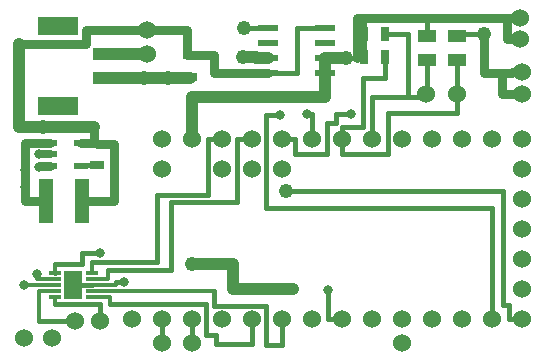
<source format=gbr>
%FSLAX23Y23*%
%MOIN*%
G04 EasyPC Gerber Version 17.0 Build 3379 *
%ADD28R,0.03150X0.04724*%
%ADD18R,0.04724X0.14567*%
%ADD25R,0.06496X0.09370*%
%ADD130C,0.01181*%
%ADD74C,0.01500*%
%ADD76C,0.02500*%
%ADD72C,0.03000*%
%ADD129C,0.03150*%
%ADD17C,0.03200*%
%ADD126C,0.03937*%
%ADD73C,0.04000*%
%ADD29C,0.04800*%
%ADD19C,0.06000*%
%ADD70C,0.06000*%
%ADD128R,0.04134X0.01181*%
%ADD71R,0.06600X0.02000*%
%ADD22R,0.04724X0.02165*%
%ADD23R,0.04724X0.03150*%
%ADD26R,0.05906X0.03937*%
%ADD27R,0.06102X0.03937*%
%ADD20R,0.18110X0.03937*%
%ADD21R,0.13386X0.06299*%
X0Y0D02*
D02*
D17*
X108Y238D03*
X112Y620D03*
X113Y563D03*
X153Y273D03*
X158Y632D03*
Y673D03*
X363Y343D03*
X443Y248D03*
X961Y804D03*
X1050Y807D03*
X1120Y220D03*
X1198Y808D03*
D02*
D18*
X180Y518D03*
X303D03*
D02*
D19*
X107Y62D03*
X200D03*
X278Y117D03*
X362Y117D03*
X468Y123D03*
X518Y1008D03*
Y1088D03*
X568Y43D03*
Y123D03*
Y623D03*
Y723D03*
X668Y43D03*
Y123D03*
Y723D03*
X768Y123D03*
X868D03*
X968D03*
X1067D03*
X1168D03*
X1268D03*
X1368Y43D03*
Y123D03*
X1448Y873D03*
X1468Y123D03*
Y723D03*
X1553Y873D03*
X1568Y123D03*
Y723D03*
X1668Y123D03*
Y723D03*
X1763Y1056D03*
Y1129D03*
X1768Y123D03*
Y223D03*
Y323D03*
Y423D03*
Y523D03*
Y623D03*
Y723D03*
Y873D03*
Y946D03*
D02*
D70*
X768Y623D03*
Y723D03*
X868Y623D03*
Y723D03*
X968Y623D03*
Y723D03*
X1067D03*
X1168D03*
X1268D03*
X1368D03*
D02*
D71*
X923Y943D03*
Y993D03*
Y1043D03*
Y1093D03*
X1113Y943D03*
Y993D03*
Y1043D03*
Y1093D03*
D02*
D20*
X428Y928D03*
Y1007D03*
D02*
D21*
X223Y834D03*
Y1101D03*
D02*
D22*
X196Y635D03*
Y673D03*
Y710D03*
X299Y635D03*
Y710D03*
D02*
D23*
X353Y637D03*
Y708D03*
X663Y932D03*
Y1003D03*
D02*
D25*
X273Y238D03*
D02*
D26*
X1453Y988D03*
X1551D03*
D02*
D27*
X1453Y1066D03*
X1551D03*
D02*
D28*
X1242Y998D03*
Y1073D03*
X1313Y998D03*
Y1073D03*
D02*
D29*
X173Y763D03*
X507Y927D03*
X588Y928D03*
X668Y309D03*
X838Y998D03*
X843Y1093D03*
X981Y551D03*
X1183Y993D03*
X1643Y1073D03*
D02*
D72*
X113Y563D02*
Y518D01*
X180*
X196Y635D02*
X158D01*
X196Y710D02*
X113D01*
Y563*
X328Y710D02*
X299D01*
X343Y763D02*
Y710D01*
X328*
X353Y708D02*
X407D01*
Y518*
X303*
X518Y1088D02*
X653D01*
Y1003*
X663*
X743*
Y943*
X923*
X1004Y225D03*
X1218Y1127D02*
X1453D01*
X1218D02*
Y993D01*
X1453Y1127D02*
X1718D01*
X1643Y1073D02*
Y943D01*
X1703*
Y873*
X1768*
X1703Y943D02*
X1735D01*
Y946*
X1768*
X1718Y1127D02*
Y1056D01*
X1763*
X1718Y1127D02*
X1740D01*
Y1129*
X1763*
D02*
D73*
X173Y763D02*
X343D01*
X428Y928D02*
X588D01*
X507Y927D02*
X663D01*
X668Y723D02*
Y863D01*
X1113*
Y943*
X668Y309D02*
X805D01*
Y225*
X1004*
X838Y998D02*
X883D01*
Y993*
X923*
X1113D02*
Y943D01*
X1183Y993D02*
X1113D01*
D02*
D74*
X158Y117D02*
X278D01*
X158Y635D02*
Y632D01*
X210Y173D02*
X362D01*
Y117*
X210Y277D02*
X213D01*
Y308D02*
X303D01*
Y343*
X363*
X273Y238D02*
X335D01*
Y313D02*
X553D01*
Y538*
X723*
Y723*
X768*
X353Y637D02*
X299D01*
Y635*
X353Y708D02*
X328D01*
Y710*
X388Y288D02*
X598D01*
Y513*
X818*
Y723*
X868*
X396Y173D02*
X715D01*
Y70*
X748*
Y40*
X868*
Y123*
X443Y248D02*
Y247D01*
X416*
X568Y43D02*
Y123D01*
X588Y928D02*
Y928D01*
X663Y927D02*
Y932D01*
X668Y43D02*
Y123D01*
X743Y218D02*
Y166D01*
X916*
Y37*
X968*
Y123*
X923Y1093D02*
X843D01*
X961Y804D02*
X916D01*
Y495*
X1668*
Y495*
X981Y551D02*
X1706D01*
Y172*
X1725*
Y123*
X1768*
X1050Y807D02*
X1067D01*
Y723*
X1113Y1093D02*
X1018D01*
Y943*
X923*
X1120Y220D02*
Y123D01*
X1168*
Y723D02*
Y764D01*
X1238*
Y928*
X1313*
Y998*
X1183Y993D02*
X1218D01*
X1198Y808D02*
X1148D01*
Y778*
X1117*
Y673*
X1013*
Y723*
X968*
X1218Y993D02*
X1242D01*
Y1073*
Y1127*
X1218*
X1313Y1073D02*
X1388D01*
Y863*
X1268*
Y723*
X1453Y988D02*
Y863D01*
X1388*
X1453Y1066D02*
Y1127D01*
X1551Y988D02*
Y810D01*
X1320*
Y673*
X1168*
Y723*
X1551Y1066D02*
Y1073D01*
X1643*
X1668Y495D02*
X1668D01*
Y123*
X1668Y495D02*
Y473D01*
D02*
D76*
X158Y673D02*
X196D01*
D02*
D126*
X91Y1041D02*
Y763D01*
X173*
D02*
D128*
X210Y198D03*
Y218D03*
Y238D03*
Y257D03*
Y277D03*
X335Y198D03*
Y218D03*
Y238D03*
Y257D03*
Y277D03*
D02*
D129*
X518Y1088D02*
X316D01*
Y1041*
X91*
D02*
D130*
X108Y238D02*
X210D01*
Y198D02*
Y173D01*
Y218D02*
X158D01*
Y117*
X210Y257D02*
X153D01*
Y273*
X213Y277D02*
Y308D01*
X335Y198D02*
X396D01*
Y173*
X335Y218D02*
X743D01*
X335Y257D02*
X388D01*
Y288*
X335Y277D02*
Y313D01*
X416Y247D02*
Y238D01*
X335*
X0Y0D02*
M02*

</source>
